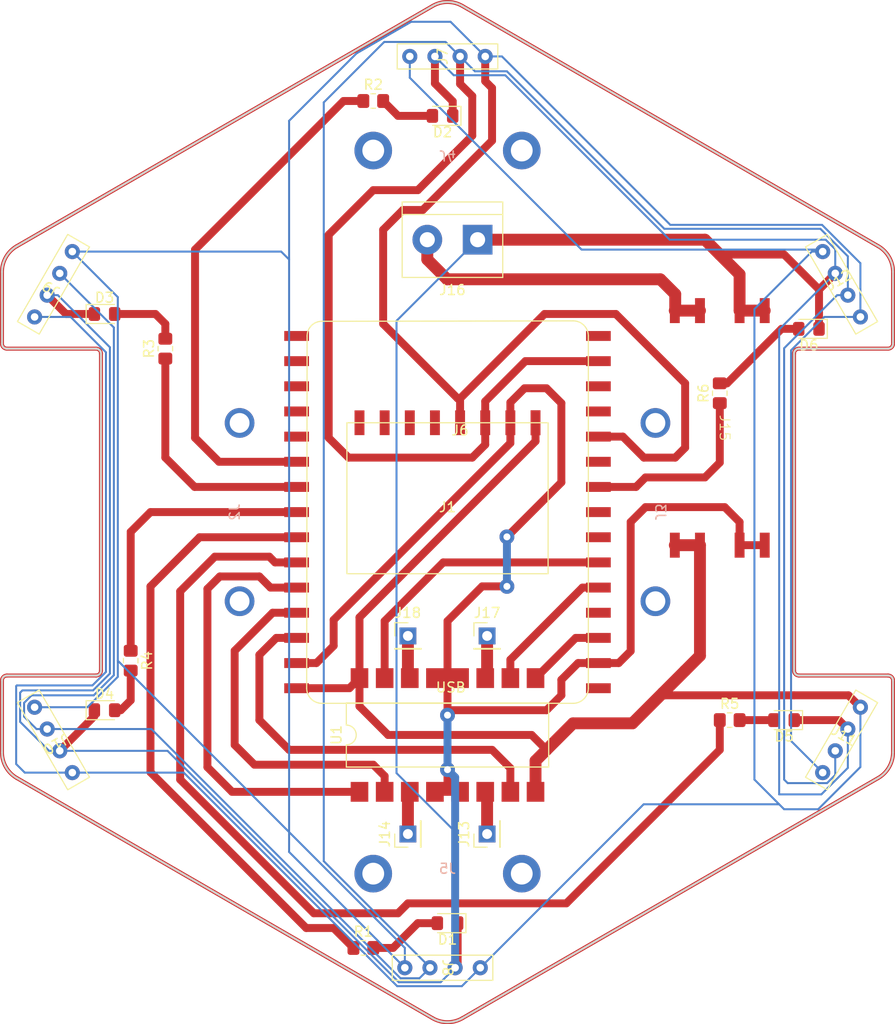
<source format=kicad_pcb>
(kicad_pcb (version 20221018) (generator pcbnew)
  (layers (0 "F.Cu" signal) (31 "B.Cu" signal) (34 "B.Paste" user) (35 "F.Paste" user) (36 "B.SilkS" user "B.Silkscreen") (37 "F.SilkS" user "F.Silkscreen") (38 "B.Mask" user) (39 "F.Mask" user) (44 "Edge.Cuts" user))
  (net 0 "")
  (net 6 "/GND")
  (net 7 "/+5V")
  (net 8 "/SCL")
  (net 9 "/SDA")
  (net 13 "/INT")
  (net 14 "Net-(D1-A)")
  (net 15 "Net-(D2-A)")
  (net 16 "Net-(D3-A)")
  (net 17 "Net-(D4-A)")
  (net 18 "Net-(D5-A)")
  (net 19 "Net-(D6-A)")
  (net 20 "/MLPA")
  (net 21 "/MLPB")
  (net 22 "/MRPA")
  (net 23 "/MRPB")
  (net 24 "/LED1")
  (net 25 "/LED2")
  (net 26 "/LED3")
  (net 27 "/LED4")
  (net 28 "/LED5")
  (net 29 "/LED6")
  (net 30 "/MLP")
  (net 31 "/MRP")
  (net 32 "/ENLA")
  (net 33 "/ENLB")
  (net 34 "/ENRA")
  (net 35 "/ENRB")
  (net 36 "/IN+")
  (net 37 "/MRB")
  (net 38 "/MRA")
  (net 39 "/MLB")
  (net 40 "/MLA")
  (footprint "Mini-AMR_Library:MPU6050" (layer "F.Cu") (at 100 92.251)
    (fp_text reference "J6")
    (fp_text value "MPU6050")
  )
  (footprint "Mini-AMR_Library:Buck" (layer "F.Cu") (at 127.5 91.5 -90)
    (fp_text reference "J15")
    (fp_text value "BUCK")
  )
  (footprint "Mini-AMR_Library:VL53L0X" (layer "F.Cu") (at 139.8 77 30)
    (fp_text reference "J12")
    (fp_text value "DIS6")
  )
  (footprint "Resistor_SMD:R_0805_2012Metric_Pad1.20x1.40mm_HandSolder" (layer "F.Cu") (at 92.5 58.5)
    (fp_text reference "R2")
    (fp_text value "2.7K")
  )
  (footprint "Resistor_SMD:R_0805_2012Metric_Pad1.20x1.40mm_HandSolder" (layer "F.Cu") (at 68 115 -90)
    (fp_text reference "R4")
    (fp_text value "2.7K")
  )
  (footprint "Package_DIP:SMDIP-16_W11.48mm" (layer "F.Cu") (at 100 122.5 90)
    (fp_text reference "U1")
    (fp_text value "L293D")
  )
  (footprint "Resistor_SMD:R_0805_2012Metric_Pad1.20x1.40mm_HandSolder" (layer "F.Cu") (at 91.5 144)
    (fp_text reference "R1")
    (fp_text value "2.7K")
  )
  (footprint "LED_SMD:LED_0805_2012Metric_Pad1.15x1.40mm_HandSolder" (layer "F.Cu") (at 65.36 80)
    (fp_text reference "D3")
    (fp_text value "LED3")
  )
  (footprint "Resistor_SMD:R_0805_2012Metric_Pad1.20x1.40mm_HandSolder" (layer "F.Cu") (at 127.5 88 90)
    (fp_text reference "R6")
    (fp_text value "2.7K")
  )
  (footprint "LED_SMD:LED_0805_2012Metric_Pad1.15x1.40mm_HandSolder" (layer "F.Cu") (at 134 121 180)
    (fp_text reference "D5")
    (fp_text value "LED5")
  )
  (footprint "Connector_PinHeader_2.54mm:PinHeader_1x01_P2.54mm_Vertical" (layer "F.Cu") (at 104 112.5)
    (fp_text reference "J17")
    (fp_text value "MRPA")
  )
  (footprint "Mini-AMR_Library:VL53L0X" (layer "F.Cu") (at 60.2 123 -150)
    (fp_text reference "J10")
    (fp_text value "DIS5")
  )
  (footprint "Mini-AMR_Library:ESP32" (layer "F.Cu") (at 100 100)
    (fp_text reference "J1")
    (fp_text value "ESP32")
  )
  (footprint "LED_SMD:LED_0805_2012Metric_Pad1.15x1.40mm_HandSolder" (layer "F.Cu") (at 100 141.5 180)
    (fp_text reference "D1")
    (fp_text value "LED1")
  )
  (footprint "Connector_PinHeader_2.54mm:PinHeader_1x01_P2.54mm_Vertical" (layer "F.Cu") (at 96 112.5)
    (fp_text reference "J18")
    (fp_text value "MRPB")
  )
  (footprint "Connector_PinHeader_2.54mm:PinHeader_1x01_P2.54mm_Vertical" (layer "F.Cu") (at 104 132.5 90)
    (fp_text reference "J13")
    (fp_text value "MLPA")
  )
  (footprint "Resistor_SMD:R_0805_2012Metric_Pad1.20x1.40mm_HandSolder" (layer "F.Cu") (at 128.5 121)
    (fp_text reference "R5")
    (fp_text value "2.7K")
  )
  (footprint "Mini-AMR_Library:VL53L0X" (layer "F.Cu") (at 99.5 146 -90)
    (fp_text reference "J8")
    (fp_text value "DIS4")
  )
  (footprint "Mini-AMR_Library:VL53L0X" (layer "F.Cu") (at 100 54 90)
    (fp_text reference "J7")
    (fp_text value "DIS1")
  )
  (footprint "LED_SMD:LED_0805_2012Metric_Pad1.15x1.40mm_HandSolder" (layer "F.Cu") (at 65.36 120)
    (fp_text reference "D4")
    (fp_text value "LED4")
  )
  (footprint "LED_SMD:LED_0805_2012Metric_Pad1.15x1.40mm_HandSolder" (layer "F.Cu") (at 99.5 60 180)
    (fp_text reference "D2")
    (fp_text value "LED2")
  )
  (footprint "Connector_PinHeader_2.54mm:PinHeader_1x01_P2.54mm_Vertical" (layer "F.Cu") (at 96 132.5 90)
    (fp_text reference "J14")
    (fp_text value "MLPB")
  )
  (footprint "Resistor_SMD:R_0805_2012Metric_Pad1.20x1.40mm_HandSolder" (layer "F.Cu") (at 71.5 83.5 90)
    (fp_text reference "R3")
    (fp_text value "2.7K")
  )
  (footprint "Mini-AMR_Library:VL53L0X" (layer "F.Cu") (at 139.8 123 -30)
    (fp_text reference "J11")
    (fp_text value "DIS3")
  )
  (footprint "Mini-AMR_Library:VL53L0X" (layer "F.Cu") (at 60.2 77 150)
    (fp_text reference "J9")
    (fp_text value "DIS2")
  )
  (footprint "LED_SMD:LED_0805_2012Metric_Pad1.15x1.40mm_HandSolder" (layer "F.Cu") (at 136.5 81.5 180)
    (fp_text reference "D6")
    (fp_text value "LED6")
  )
  (footprint "TerminalBlock:TerminalBlock_bornier-2_P5.08mm" (layer "F.Cu") (at 103.04 72.5 180)
    (fp_text reference "J16")
    (fp_text value "BATTERY")
  )
  (footprint "Mini-AMR_Library:N20 Ball caster" (layer "B.Cu") (at 100 63.5)
    (fp_text reference "J4")
    (fp_text value "Caster")
  )
  (footprint "Mini-AMR_Library:N20 Motor Sys" (layer "B.Cu") (at 121 100 90)
    (fp_text reference "J3")
    (fp_text value "R_Motor")
  )
  (footprint "Mini-AMR_Library:N20 Ball caster" (layer "B.Cu") (at 100 136.5 180)
    (fp_text reference "J5")
    (fp_text value "Caster")
  )
  (footprint "Mini-AMR_Library:N20 Motor Sys" (layer "B.Cu") (at 79 100 -90)
    (fp_text reference "J2")
    (fp_text value "L_Motor")
  )
  (gr_line (start 55.5 83.5) (end 64.5 83.5) (stroke (width 0.4)) (layer "F.Cu"))
  (gr_arc (start 55.5 83.5) (mid 55.146447 83.353553) (end 55 83) (stroke (width 0.4)) (layer "F.Cu"))
  (gr_arc (start 101.5 151.095499) (mid 100 151.497423) (end 98.5 151.095499) (stroke (width 0.4)) (layer "F.Cu"))
  (gr_arc (start 65 116) (mid 64.853553 116.353553) (end 64.5 116.5) (stroke (width 0.4)) (layer "F.Cu"))
  (gr_arc (start 56.5 126.846788) (mid 55.401919 125.748712) (end 55 124.248711) (stroke (width 0.4)) (layer "F.Cu"))
  (gr_line (start 144.5 116.5) (end 135.5 116.5) (stroke (width 0.4)) (layer "F.Cu"))
  (gr_arc (start 98.5 48.904501) (mid 100 48.502577) (end 101.5 48.904501) (stroke (width 0.4)) (layer "F.Cu"))
  (gr_arc (start 135 84) (mid 135.146447 83.646447) (end 135.5 83.5) (stroke (width 0.4)) (layer "F.Cu"))
  (gr_arc (start 145 83) (mid 144.853553 83.353553) (end 144.5 83.5) (stroke (width 0.4)) (layer "F.Cu"))
  (gr_line (start 143.5 73.153212) (end 101.5 48.904501) (stroke (width 0.4)) (layer "F.Cu"))
  (gr_line (start 145 124.248711) (end 145 117) (stroke (width 0.4)) (layer "F.Cu"))
  (gr_line (start 55 117) (end 55 124.248711) (stroke (width 0.4)) (layer "F.Cu"))
  (gr_line (start 64.5 116.5) (end 55.5 116.5) (stroke (width 0.4)) (layer "F.Cu"))
  (gr_line (start 55 75.751289) (end 55 83) (stroke (width 0.4)) (layer "F.Cu"))
  (gr_line (start 56.5 126.846788) (end 98.5 151.095499) (stroke (width 0.4)) (layer "F.Cu"))
  (gr_line (start 101.5 151.095499) (end 143.5 126.846788) (stroke (width 0.4)) (layer "F.Cu"))
  (gr_line (start 98.5 48.904501) (end 56.5 73.153212) (stroke (width 0.4)) (layer "F.Cu"))
  (gr_line (start 145 83) (end 145 75.751289) (stroke (width 0.4)) (layer "F.Cu"))
  (gr_arc (start 55 75.751289) (mid 55.401928 74.251293) (end 56.5 73.153212) (stroke (width 0.4)) (layer "F.Cu"))
  (gr_arc (start 144.5 116.5) (mid 144.853553 116.646447) (end 145 117) (stroke (width 0.4)) (layer "F.Cu"))
  (gr_line (start 65 84) (end 65 116) (stroke (width 0.4)) (layer "F.Cu"))
  (gr_arc (start 55 117) (mid 55.146447 116.646447) (end 55.5 116.5) (stroke (width 0.4)) (layer "F.Cu"))
  (gr_arc (start 143.5 73.153212) (mid 144.598081 74.251288) (end 145 75.751289) (stroke (width 0.4)) (layer "F.Cu"))
  (gr_line (start 135 116) (end 135 84) (stroke (width 0.4)) (layer "F.Cu"))
  (gr_arc (start 135.5 116.5) (mid 135.146447 116.353553) (end 135 116) (stroke (width 0.4)) (layer "F.Cu"))
  (gr_line (start 135.5 83.5) (end 144.5 83.5) (stroke (width 0.4)) (layer "F.Cu"))
  (gr_arc (start 145 124.248711) (mid 144.598072 125.748707) (end 143.5 126.846788) (stroke (width 0.4)) (layer "F.Cu"))
  (gr_arc (start 64.5 83.5) (mid 64.853553 83.646447) (end 65 84) (stroke (width 0.4)) (layer "F.Cu"))
  (gr_line (start 55 117) (end 55 124.248711) (stroke (width 0.2)) (layer "Edge.Cuts"))
  (gr_line (start 135 116) (end 135 84) (stroke (width 0.2)) (layer "Edge.Cuts"))
  (gr_arc (start 135.5 116.5) (mid 135.146447 116.353553) (end 135 116) (stroke (width 0.2)) (layer "Edge.Cuts"))
  (gr_line (start 145 83) (end 145 75.751289) (stroke (width 0.2)) (layer "Edge.Cuts"))
  (gr_line (start 55.5 83.5) (end 64.5 83.5) (stroke (width 0.2)) (layer "Edge.Cuts"))
  (gr_line (start 144.5 116.5) (end 135.5 116.5) (stroke (width 0.2)) (layer "Edge.Cuts"))
  (gr_arc (start 56.5 126.846788) (mid 55.401919 125.748712) (end 55 124.248711) (stroke (width 0.2)) (layer "Edge.Cuts"))
  (gr_line (start 55 75.751289) (end 55 83) (stroke (width 0.2)) (layer "Edge.Cuts"))
  (gr_arc (start 65 116) (mid 64.853553 116.353553) (end 64.5 116.5) (stroke (width 0.2)) (layer "Edge.Cuts"))
  (gr_arc (start 64.5 83.5) (mid 64.853553 83.646447) (end 65 84) (stroke (width 0.2)) (layer "Edge.Cuts"))
  (gr_arc (start 143.5 73.153212) (mid 144.598081 74.251288) (end 145 75.751289) (stroke (width 0.2)) (layer "Edge.Cuts"))
  (gr_arc (start 98.5 48.904501) (mid 100 48.502577) (end 101.5 48.904501) (stroke (width 0.2)) (layer "Edge.Cuts"))
  (gr_arc (start 101.5 151.095499) (mid 100 151.497423) (end 98.5 151.095499) (stroke (width 0.2)) (layer "Edge.Cuts"))
  (gr_arc (start 55 117) (mid 55.146447 116.646447) (end 55.5 116.5) (stroke (width 0.2)) (layer "Edge.Cuts"))
  (gr_line (start 64.5 116.5) (end 55.5 116.5) (stroke (width 0.2)) (layer "Edge.Cuts"))
  (gr_line (start 145 124.248711) (end 145 117) (stroke (width 0.2)) (layer "Edge.Cuts"))
  (gr_line (start 135.5 83.5) (end 144.5 83.5) (stroke (width 0.2)) (layer "Edge.Cuts"))
  (gr_line (start 98.5 48.904501) (end 56.5 73.153212) (stroke (width 0.2)) (layer "Edge.Cuts"))
  (gr_line (start 65 84) (end 65 116) (stroke (width 0.2)) (layer "Edge.Cuts"))
  (gr_arc (start 135 84) (mid 135.146447 83.646447) (end 135.5 83.5) (stroke (width 0.2)) (layer "Edge.Cuts"))
  (gr_arc (start 144.5 116.5) (mid 144.853553 116.646447) (end 145 117) (stroke (width 0.2)) (layer "Edge.Cuts"))
  (gr_line (start 101.5 151.095499) (end 143.5 126.846788) (stroke (width 0.2)) (layer "Edge.Cuts"))
  (gr_arc (start 145 124.248711) (mid 144.598072 125.748707) (end 143.5 126.846788) (stroke (width 0.2)) (layer "Edge.Cuts"))
  (gr_arc (start 145 83) (mid 144.853553 83.353553) (end 144.5 83.5) (stroke (width 0.2)) (layer "Edge.Cuts"))
  (gr_line (start 143.5 73.153212) (end 101.5 48.904501) (stroke (width 0.2)) (layer "Edge.Cuts"))
  (gr_arc (start 55 75.751289) (mid 55.401928 74.251293) (end 56.5 73.153212) (stroke (width 0.2)) (layer "Edge.Cuts"))
  (gr_line (start 56.5 126.846788) (end 98.5 151.095499) (stroke (width 0.2)) (layer "Edge.Cuts"))
  (gr_arc (start 55.5 83.5) (mid 55.146447 83.353553) (end 55 83) (stroke (width 0.2)) (layer "Edge.Cuts"))
  (segment (start 106.35 90.981) (end 106.35 93.031) (width 0.8) (layer "F.Cu") (net 6))
  (segment (start 139.534852 121) (end 140.435 121.900148) (width 0.8) (layer "F.Cu") (net 6))
  (segment (start 113.19 115.24) (end 115.24 115.24) (width 0.8) (layer "F.Cu") (net 6))
  (segment (start 100 128.24) (end 101.27 128.24) (width 0.8) (layer "F.Cu") (net 6))
  (segment (start 100 128.24) (end 100 126) (width 0.8) (layer "F.Cu") (net 6))
  (segment (start 100.525 58.525) (end 98.73 56.73) (width 0.8) (layer "F.Cu") (net 6))
  (segment (start 111.5 116.93) (end 113.19 115.24) (width 0.8) (layer "F.Cu") (net 6))
  (segment (start 106.35 88.931) (end 107.781 87.5) (width 0.8) (layer "F.Cu") (net 6))
  (segment (start 64.335 80) (end 61.465148 80) (width 0.8) (layer "F.Cu") (net 6))
  (segment (start 86.76 115.24) (end 84.76 115.24) (width 0.8) (layer "F.Cu") (net 6))
  (segment (start 106 107.5) (end 103.5 107.5) (width 0.8) (layer "F.Cu") (net 6))
  (segment (start 103.5 107.5) (end 100 111) (width 0.8) (layer "F.Cu") (net 6))
  (segment (start 106.35 93.031) (end 88.5 110.881) (width 0.8) (layer "F.Cu") (net 6))
  (segment (start 127.5 74) (end 126 72.5) (width 1.2) (layer "F.Cu") (net 6))
  (segment (start 137.525 77.525) (end 134 74) (width 0.8) (layer "F.Cu") (net 6))
  (segment (start 111.5 118.5) (end 111.5 116.93) (width 0.8) (layer "F.Cu") (net 6))
  (segment (start 128 99.5) (end 120 99.5) (width 0.8) (layer "F.Cu") (net 6))
  (segment (start 106.35 90.981) (end 106.35 88.931) (width 0.8) (layer "F.Cu") (net 6))
  (segment (start 129.5 103.34) (end 132.04 103.34) (width 0.8) (layer "F.Cu") (net 6))
  (segment (start 137.525 77.540148) (end 139.165 75.900148) (width 0.8) (layer "F.Cu") (net 6))
  (segment (start 126 72.5) (end 103.04 72.5) (width 1.2) (layer "F.Cu") (net 6))
  (segment (start 100 120.5) (end 100 120) (width 0.8) (layer "F.Cu") (net 6))
  (segment (start 132.04 79.66) (end 131 79.66) (width 1.2) (layer "F.Cu") (net 6))
  (segment (start 100 120) (end 100 116.76) (width 0.8) (layer "F.Cu") (net 6))
  (segment (start 106 102.5) (end 111.5 97) (width 0.8) (layer "F.Cu") (net 6))
  (segment (start 135.025 121) (end 139.534852 121) (width 0.8) (layer "F.Cu") (net 6))
  (segment (start 118.5 114.03) (end 117.29 115.24) (width 0.8) (layer "F.Cu") (net 6))
  (segment (start 101.025 141.5) (end 101.025 145.745) (width 0.8) (layer "F.Cu") (net 6))
  (segment (start 101.025 145.745) (end 100.77 146) (width 0.8) (layer "F.Cu") (net 6))
  (segment (start 98.73 116.76) (end 100 116.76) (width 0.8) (layer "F.Cu") (net 6))
  (segment (start 61.465148 80) (end 59.565 78.099852) (width 0.8) (layer "F.Cu") (net 6))
  (segment (start 107.781 87.5) (end 108.5 87.5) (width 0.8) (layer "F.Cu") (net 6))
  (segment (start 129.5 103.34) (end 129.5 101) (width 0.8) (layer "F.Cu") (net 6))
  (segment (start 111.5 89) (end 110 87.5) (width 0.8) (layer "F.Cu") (net 6))
  (segment (start 129.5 79.66) (end 129.5 76) (width 1.2) (layer "F.Cu") (net 6))
  (segment (start 137.525 77.540148) (end 137.525 77.525) (width 0.8) (layer "F.Cu") (net 6))
  (segment (start 98.73 56.73) (end 98.73 54) (width 0.8) (layer "F.Cu") (net 6))
  (segment (start 100.525 60) (end 100.525 58.525) (width 0.8) (layer "F.Cu") (net 6))
  (segment (start 118.5 101) (end 118.5 114.03) (width 0.8) (layer "F.Cu") (net 6))
  (segment (start 129.5 76) (end 127.5 74) (width 1.2) (layer "F.Cu") (net 6))
  (segment (start 137.525 81.5) (end 137.525 77.540148) (width 0.8) (layer "F.Cu") (net 6))
  (segment (start 131 79.66) (end 129.5 79.66) (width 1.2) (layer "F.Cu") (net 6))
  (segment (start 117.29 115.24) (end 115.24 115.24) (width 0.8) (layer "F.Cu") (net 6))
  (segment (start 88.5 113.5) (end 86.76 115.24) (width 0.8) (layer "F.Cu") (net 6))
  (segment (start 129.5 101) (end 128 99.5) (width 0.8) (layer "F.Cu") (net 6))
  (segment (start 100 116.76) (end 101.27 116.76) (width 0.8) (layer "F.Cu") (net 6))
  (segment (start 110 120) (end 111.5 118.5) (width 0.8) (layer "F.Cu") (net 6))
  (segment (start 64.335 120) (end 64.335 120.599852) (width 0.8) (layer "F.Cu") (net 6))
  (segment (start 120 99.5) (end 118.5 101) (width 0.8) (layer "F.Cu") (net 6))
  (segment (start 110 120) (end 100 120) (width 0.8) (layer "F.Cu") (net 6))
  (segment (start 64.335 120.599852) (end 60.835 124.099852) (width 0.8) (layer "F.Cu") (net 6))
  (segment (start 100 111) (end 100 116.76) (width 0.8) (layer "F.Cu") (net 6))
  (segment (start 134 74) (end 127.5 74) (width 0.8) (layer "F.Cu") (net 6))
  (segment (start 88.5 110.881) (end 88.5 113.5) (width 0.8) (layer "F.Cu") (net 6))
  (segment (start 98.73 128.24) (end 100 128.24) (width 0.8) (layer "F.Cu") (net 6))
  (segment (start 111.5 97) (end 111.5 89) (width 0.8) (layer "F.Cu") (net 6))
  (segment (start 110 87.5) (end 108.5 87.5) (width 0.8) (layer "F.Cu") (net 6))
  (via (at 100 126) (size 1.5) (drill 0.7) (layers "F.Cu" "B.Cu") (net 6))
  (via (at 106 102.5) (size 1.5) (drill 0.7) (layers "F.Cu" "B.Cu") (net 6))
  (via (at 106 107.5) (size 1.5) (drill 0.7) (layers "F.Cu" "B.Cu") (net 6))
  (via (at 100 120.5) (size 1.5) (drill 0.7) (layers "F.Cu" "B.Cu") (net 6))
  (segment (start 56.833499 118.231481) (end 56.833499 121.175981) (width 0.2) (layer "B.Cu") (net 6))
  (segment (start 65.899501 116.300897) (end 64.200398 118) (width 0.2) (layer "B.Cu") (net 6))
  (segment (start 100 126) (end 100.77 126.77) (width 0.8) (layer "B.Cu") (net 6))
  (segment (start 105.834521 55.899501) (end 122.43502 72.5) (width 0.2) (layer "B.Cu") (net 6))
  (segment (start 100 126) (end 100 120.5) (width 0.8) (layer "B.Cu") (net 6))
  (segment (start 99.308499 147.461501) (end 100.77 146) (width 0.2) (layer "B.Cu") (net 6))
  (segment (start 140.435 121.900148) (end 140.435 125.826432) (width 0.2) (layer "B.Cu") (net 6))
  (segment (start 98.73 54) (end 100.629501 55.899501) (width 0.2) (layer "B.Cu") (net 6))
  (segment (start 137.761432 128.5) (end 133.5 128.5) (width 0.2) (layer "B.Cu") (net 6))
  (segment (start 59.565 78.099852) (end 60.64263 78.099852) (width 0.2) (layer "B.Cu") (net 6))
  (segment (start 94.85 126.35) (end 94.85 80.69) (width 0.2) (layer "B.Cu") (net 6))
  (segment (start 100.629501 55.899501) (end 105.834521 55.899501) (width 0.2) (layer "B.Cu") (net 6))
  (segment (start 122.43502 72.5) (end 138.196452 72.5) (width 0.2) (layer "B.Cu") (net 6))
  (segment (start 139.165 73.468548) (end 139.165 75.900148) (width 0.2) (layer "B.Cu") (net 6))
  (segment (start 56.833499 121.175981) (end 59.75737 124.099852) (width 0.2) (layer "B.Cu") (net 6))
  (segment (start 95.084626 147.461501) (end 99.308499 147.461501) (width 0.2) (layer "B.Cu") (net 6))
  (segment (start 64.200398 118) (end 57.06498 118) (width 0.2) (layer "B.Cu") (net 6))
  (segment (start 100.77 146) (end 100.77 132.27) (width 0.2) (layer "B.Cu") (net 6))
  (segment (start 100.77 126.77) (end 100.77 146) (width 0.8) (layer "B.Cu") (net 6))
  (segment (start 138.196452 72.5) (end 139.165 73.468548) (width 0.2) (layer "B.Cu") (net 6))
  (segment (start 60.835 124.099852) (end 71.722977 124.099852) (width 0.2) (layer "B.Cu") (net 6))
  (segment (start 60.64263 78.099852) (end 65.899501 83.356723) (width 0.2) (layer "B.Cu") (net 6))
  (segment (start 94.85 80.69) (end 103.04 72.5) (width 0.2) (layer "B.Cu") (net 6))
  (segment (start 59.75737 124.099852) (end 60.835 124.099852) (width 0.2) (layer "B.Cu") (net 6))
  (segment (start 140.435 125.826432) (end 137.761432 128.5) (width 0.2) (layer "B.Cu") (net 6))
  (segment (start 133.5 128.5) (end 133.5 81.565148) (width 0.2) (layer "B.Cu") (net 6))
  (segment (start 71.722977 124.099852) (end 95.084626 147.461501) (width 0.2) (layer "B.Cu") (net 6))
  (segment (start 133.5 81.565148) (end 139.165 75.900148) (width 0.2) (layer "B.Cu") (net 6))
  (segment (start 65.899501 83.356723) (end 65.899501 116.300897) (width 0.2) (layer "B.Cu") (net 6))
  (segment (start 57.06498 118) (end 56.833499 118.231481) (width 0.2) (layer "B.Cu") (net 6))
  (segment (start 100.77 132.27) (end 94.85 126.35) (width 0.2) (layer "B.Cu") (net 6))
  (segment (start 106 102.5) (end 106 107.5) (width 0.8) (layer "B.Cu") (net 6))
  (segment (start 108.89 92.847964) (end 91.11 110.627964) (width 0.8) (layer "F.Cu") (net 7))
  (segment (start 125.5 103.34) (end 122.96 103.34) (width 1.2) (layer "F.Cu") (net 7))
  (segment (start 125.5 114.5) (end 125.5 103.34) (width 1.2) (layer "F.Cu") (net 7))
  (segment (start 118.675 121.325) (end 112.675 121.325) (width 1.2) (layer "F.Cu") (net 7))
  (segment (start 121.75 118.25) (end 118.675 121.325) (width 1.2) (layer "F.Cu") (net 7))
  (segment (start 108.5 122.5) (end 110 124) (width 0.8) (layer "F.Cu") (net 7))
  (segment (start 108.89 90.981) (end 108.89 92.847964) (width 0.8) (layer "F.Cu") (net 7))
  (segment (start 124 116) (end 125.5 114.5) (width 1.2) (layer "F.Cu") (net 7))
  (segment (start 108.89 128.24) (end 108.89 125.11) (width 1.2) (layer "F.Cu") (net 7))
  (segment (start 84.76 117.78) (end 90.09 117.78) (width 0.8) (layer "F.Cu") (net 7))
  (segment (start 121.997721 118.497721) (end 121.75 118.25) (width 0.8) (layer "F.Cu") (net 7))
  (segment (start 135 118.497721) (end 121.997721 118.497721) (width 0.8) (layer "F.Cu") (net 7))
  (segment (start 94 122.5) (end 108.5 122.5) (width 0.8) (layer "F.Cu") (net 7))
  (segment (start 112.675 121.325) (end 110 124) (width 1.2) (layer "F.Cu") (net 7))
  (segment (start 108.89 125.11) (end 110 124) (width 1.2) (layer "F.Cu") (net 7))
  (segment (start 121.75 118.25) (end 124 116) (width 1.2) (layer "F.Cu") (net 7))
  (segment (start 91.11 116.76) (end 91.11 119.61) (width 0.8) (layer "F.Cu") (net 7))
  (segment (start 141.705 119.700443) (end 140.502279 118.497721) (width 0.8) (layer "F.Cu") (net 7))
  (segment (start 91.11 119.61) (end 94 122.5) (width 0.8) (layer "F.Cu") (net 7))
  (segment (start 91.11 110.627964) (end 91.11 116.76) (width 0.8) (layer "F.Cu") (net 7))
  (segment (start 90.09 117.78) (end 91.11 116.76) (width 0.8) (layer "F.Cu") (net 7))
  (segment (start 140.502279 118.497721) (end 135 118.497721) (width 0.8) (layer "F.Cu") (net 7))
  (segment (start 96.19 56.149798) (end 96.19 54) (width 0.2) (layer "B.Cu") (net 7))
  (segment (start 65.5 83.864582) (end 65.5 116.135418) (width 0.2) (layer "B.Cu") (net 7))
  (segment (start 119.81 129.5) (end 133.5 129.5) (width 0.2) (layer "B.Cu") (net 7))
  (segment (start 61.934975 80.299557) (end 65.5 83.864582) (width 0.2) (layer "B.Cu") (net 7))
  (segment (start 57.299557 126.299557) (end 62.105 126.299557) (width 0.2) (layer "B.Cu") (net 7))
  (segment (start 101.448998 147.861002) (end 103.31 146) (width 0.2) (layer "B.Cu") (net 7))
  (segment (start 137.895 73.700443) (end 138.299557 73.700443) (width 0.2) (layer "B.Cu") (net 7))
  (segment (start 131 79.5) (end 131 127) (width 0.2) (layer "B.Cu") (net 7))
  (segment (start 136.799557 73.700443) (end 131 79.5) (width 0.2) (layer "B.Cu") (net 7))
  (segment (start 138.299557 73.700443) (end 138.5 73.5) (width 0.2) (layer "B.Cu") (net 7))
  (segment (start 113.540202 73.5) (end 96.19 56.149798) (width 0.2) (layer "B.Cu") (net 7))
  (segment (start 56.433998 117.566002) (end 56.433998 125.433998) (width 0.2) (layer "B.Cu") (net 7))
  (segment (start 94.919147 147.861002) (end 101.448998 147.861002) (width 0.2) (layer "B.Cu") (net 7))
  (segment (start 131 127) (end 133.5 129.5) (width 0.2) (layer "B.Cu") (net 7))
  (segment (start 58.295 80.299557) (end 61.934975 80.299557) (width 0.2) (layer "B.Cu") (net 7))
  (segment (start 62.105 126.299557) (end 73.357702 126.299557) (width 0.2) (layer "B.Cu") (net 7))
  (segment (start 138.5 73.5) (end 113.540202 73.5) (width 0.2) (layer "B.Cu") (net 7))
  (segment (start 141.705 125.733476) (end 141.705 119.700443) (width 0.2) (layer "B.Cu") (net 7))
  (segment (start 137.438476 130) (end 141.705 125.733476) (width 0.2) (layer "B.Cu") (net 7))
  (segment (start 64.135418 117.5) (end 56.5 117.5) (width 0.2) (layer "B.Cu") (net 7))
  (segment (start 73.357702 126.299557) (end 94.919147 147.861002) (width 0.2) (layer "B.Cu") (net 7))
  (segment (start 56.433998 125.433998) (end 57.299557 126.299557) (width 0.2) (layer "B.Cu") (net 7))
  (segment (start 133.5 129.5) (end 134 130) (width 0.2) (layer "B.Cu") (net 7))
  (segment (start 56.5 117.5) (end 56.433998 117.566002) (width 0.2) (layer "B.Cu") (net 7))
  (segment (start 65.5 116.135418) (end 64.135418 117.5) (width 0.2) (layer "B.Cu") (net 7))
  (segment (start 103.31 146) (end 119.81 129.5) (width 0.2) (layer "B.Cu") (net 7))
  (segment (start 137.895 73.700443) (end 136.799557 73.700443) (width 0.2) (layer "B.Cu") (net 7))
  (segment (start 134 130) (end 137.438476 130) (width 0.2) (layer "B.Cu") (net 7))
  (segment (start 101.27 56.77) (end 101.27 54) (width 0.8) (layer "F.Cu") (net 8))
  (segment (start 102.5 62) (end 102.5 58) (width 0.8) (layer "F.Cu") (net 8))
  (segment (start 92.5 67.5) (end 97 67.5) (width 0.8) (layer "F.Cu") (net 8))
  (segment (start 90 94.5) (end 88 92.5) (width 0.8) (layer "F.Cu") (net 8))
  (segment (start 102.5 94.5) (end 90 94.5) (width 0.8) (layer "F.Cu") (net 8))
  (segment (start 88 72) (end 92.5 67.5) (width 0.8) (layer "F.Cu") (net 8))
  (segment (start 103.81 90.981) (end 103.81 88.818722) (width 0.8) (layer "F.Cu") (net 8))
  (segment (start 103.81 88.818722) (end 107.868722 84.76) (width 0.8) (layer "F.Cu") (net 8))
  (segment (start 102.5 58) (end 101.27 56.77) (width 0.8) (layer "F.Cu") (net 8))
  (segment (start 88 92.5) (end 88 72) (width 0.8) (layer "F.Cu") (net 8))
  (segment (start 103.81 93.19) (end 102.5 94.5) (width 0.8) (layer "F.Cu") (net 8))
  (segment (start 103.81 90.981) (end 103.81 93.19) (width 0.8) (layer "F.Cu") (net 8))
  (segment (start 97 67.5) (end 102.5 62) (width 0.8) (layer "F.Cu") (net 8))
  (segment (start 107.868722 84.76) (end 115.24 84.76) (width 0.8) (layer "F.Cu") (net 8))
  (segment (start 134 83.457222) (end 139.35737 78.099852) (width 0.2) (layer "B.Cu") (net 8))
  (segment (start 102.77 55.5) (end 101.27 54) (width 0.2) (layer "B.Cu") (net 8))
  (segment (start 137.660933 71.399501) (end 121.899501 71.399501) (width 0.2) (layer "B.Cu") (net 8))
  (segment (start 64.265378 118.5) (end 57.993548 118.5) (width 0.2) (layer "B.Cu") (net 8))
  (segment (start 97.168 147.062) (end 95.250105 147.062) (width 0.2) (layer "B.Cu") (net 8))
  (segment (start 98.23 145.966517) (end 87.5 135.236517) (width 0.2) (layer "B.Cu") (net 8))
  (segment (start 134.361557 127.361557) (end 134 127) (width 0.2) (layer "B.Cu") (net 8))
  (segment (start 139.35737 78.099852) (end 140.435 78.099852) (width 0.2) (layer "B.Cu") (net 8))
  (segment (start 139.165 124.099852) (end 139.165 126.531452) (width 0.2) (layer "B.Cu") (net 8))
  (segment (start 99.808499 52.538499) (end 101.27 54) (width 0.2) (layer "B.Cu") (net 8))
  (segment (start 138.334895 127.361557) (end 134.361557 127.361557) (width 0.2) (layer "B.Cu") (net 8))
  (segment (start 134 127) (end 134 83.457222) (width 0.2) (layer "B.Cu") (net 8))
  (segment (start 98.23 146) (end 97.168 147.062) (width 0.2) (layer "B.Cu") (net 8))
  (segment (start 66.299002 116.466376) (end 64.265378 118.5) (width 0.2) (layer "B.Cu") (net 8))
  (segment (start 93.604734 52.538499) (end 99.808499 52.538499) (width 0.2) (layer "B.Cu") (net 8))
  (segment (start 95.250105 147.062) (end 70.088253 121.900148) (width 0.2) (layer "B.Cu") (net 8))
  (segment (start 87.5 135.236517) (end 87.5 58.643233) (width 0.2) (layer "B.Cu") (net 8))
  (segment (start 121.899501 71.399501) (end 106 55.5) (width 0.2) (layer "B.Cu") (net 8))
  (segment (start 140.435 74.173568) (end 137.660933 71.399501) (width 0.2) (layer "B.Cu") (net 8))
  (segment (start 57.993548 118.5) (end 57.233 119.260548) (width 0.2) (layer "B.Cu") (net 8))
  (segment (start 58.48737 121.900148) (end 59.565 121.900148) (width 0.2) (layer "B.Cu") (net 8))
  (segment (start 57.233 120.645778) (end 58.48737 121.900148) (width 0.2) (layer "B.Cu") (net 8))
  (segment (start 106 55.5) (end 102.77 55.5) (width 0.2) (layer "B.Cu") (net 8))
  (segment (start 57.233 119.260548) (end 57.233 120.645778) (width 0.2) (layer "B.Cu") (net 8))
  (segment (start 70.088253 121.900148) (end 59.565 121.900148) (width 0.2) (layer "B.Cu") (net 8))
  (segment (start 66.299002 81.36415) (end 66.299002 116.466376) (width 0.2) (layer "B.Cu") (net 8))
  (segment (start 139.165 126.531452) (end 138.334895 127.361557) (width 0.2) (layer "B.Cu") (net 8))
  (segment (start 87.5 58.643233) (end 93.604734 52.538499) (width 0.2) (layer "B.Cu") (net 8))
  (segment (start 140.435 78.099852) (end 140.435 74.173568) (width 0.2) (layer "B.Cu") (net 8))
  (segment (start 98.23 146) (end 98.23 145.966517) (width 0.2) (layer "B.Cu") (net 8))
  (segment (start 60.835 75.900148) (end 66.299002 81.36415) (width 0.2) (layer "B.Cu") (net 8))
  (segment (start 117.713096 92.38) (end 119.833096 94.5) (width 0.8) (layer "F.Cu") (net 9))
  (segment (start 101.031 88.531) (end 101.27 88.531) (width 0.8) (layer "F.Cu") (net 9))
  (segment (start 103.81 56.5) (end 104.5 57.19) (width 0.8) (layer "F.Cu") (net 9))
  (segment (start 97.5 69.5) (end 95.5 69.5) (width 0.8) (layer "F.Cu") (net 9))
  (segment (start 124 87) (end 117 80) (width 0.8) (layer "F.Cu") (net 9))
  (segment (start 109.801 80) (end 101.27 88.531) (width 0.8) (layer "F.Cu") (net 9))
  (segment (start 104.5 62.5) (end 97.5 69.5) (width 0.8) (layer "F.Cu") (net 9))
  (segment (start 93.5 81) (end 101.031 88.531) (width 0.8) (layer "F.Cu") (net 9))
  (segment (start 103.81 54) (end 103.81 56.5) (width 0.8) (layer "F.Cu") (net 9))
  (segment (start 104.5 57.19) (end 104.5 62.5) (width 0.8) (layer "F.Cu") (net 9))
  (segment (start 95.5 69.5) (end 93.5 71.5) (width 0.8) (layer "F.Cu") (net 9))
  (segment (start 115.24 92.38) (end 117.713096 92.38) (width 0.8) (layer "F.Cu") (net 9))
  (segment (start 124 93.5) (end 124 87) (width 0.8) (layer "F.Cu") (net 9))
  (segment (start 119.833096 94.5) (end 123 94.5) (width 0.8) (layer "F.Cu") (net 9))
  (segment (start 123 94.5) (end 124 93.5) (width 0.8) (layer "F.Cu") (net 9))
  (segment (start 101.27 88.531) (end 101.27 90.981) (width 0.8) (layer "F.Cu") (net 9))
  (segment (start 93.5 71.5) (end 93.5 81) (width 0.8) (layer "F.Cu") (net 9))
  (segment (start 117 80) (end 109.801 80) (width 0.8) (layer "F.Cu") (net 9))
  (segment (start 66.698503 78.293946) (end 62.105 73.700443) (width 0.2) (layer "B.Cu") (net 9))
  (segment (start 95.69 143.991497) (end 66.698503 115) (width 0.2) (layer "B.Cu") (net 9))
  (segment (start 84 60.5) (end 90.808261 53.691739) (width 0.2) (layer "B.Cu") (net 9))
  (segment (start 138.065025 80.299557) (end 134.7 83.664582) (width 0.2) (layer "B.Cu") (net 9))
  (segment (start 95.69 146) (end 84 134.31) (width 0.2) (layer "B.Cu") (net 9))
  (segment (start 63.629915 119.700443) (end 66.698503 116.631855) (width 0.2) (layer "B.Cu") (net 9))
  (segment (start 58.295 119.700443) (end 63.629915 119.700443) (width 0.2) (layer "B.Cu") (net 9))
  (segment (start 84 125) (end 84 74.5) (width 0.2) (layer "B.Cu") (net 9))
  (segment (start 66.698503 116.631855) (end 66.698503 115) (width 0.2) (layer "B.Cu") (net 9))
  (segment (start 137.826412 71) (end 122.5 71) (width 0.2) (layer "B.Cu") (net 9))
  (segment (start 83.200443 73.700443) (end 84 74.5) (width 0.2) (layer "B.Cu") (net 9))
  (segment (start 141.705 80.299557) (end 141.705 74.878588) (width 0.2) (layer "B.Cu") (net 9))
  (segment (start 84 74.5) (end 84 60.5) (width 0.2) (layer "B.Cu") (net 9))
  (segment (start 62.105 73.700443) (end 83.200443 73.700443) (width 0.2) (layer "B.Cu") (net 9))
  (segment (start 96.336515 50.5) (end 100.31 50.5) (width 0.2) (layer "B.Cu") (net 9))
  (segment (start 95.69 146) (end 95.69 143.991497) (width 0.2) (layer "B.Cu") (net 9))
  (segment (start 100.31 50.5) (end 103.81 54) (width 0.2) (layer "B.Cu") (net 9))
  (segment (start 134.7 83.664582) (end 134.7 123.104557) (width 0.2) (layer "B.Cu") (net 9))
  (segment (start 90.808261 53.691739) (end 96.336515 50.5) (width 0.2) (layer "B.Cu") (net 9))
  (segment (start 66.698503 115) (end 66.698503 78.293946) (width 0.2) (layer "B.Cu") (net 9))
  (segment (start 134.7 123.104557) (end 137.895 126.299557) (width 0.2) (layer "B.Cu") (net 9))
  (segment (start 141.705 80.299557) (end 138.065025 80.299557) (width 0.2) (layer "B.Cu") (net 9))
  (segment (start 105.5 54) (end 103.81 54) (width 0.2) (layer "B.Cu") (net 9))
  (segment (start 141.705 74.878588) (end 137.826412 71) (width 0.2) (layer "B.Cu") (net 9))
  (segment (start 122.5 71) (end 105.5 54) (width 0.2) (layer "B.Cu") (net 9))
  (segment (start 84 134.31) (end 84 125) (width 0.2) (layer "B.Cu") (net 9))
  (segment (start 94.5 144) (end 97 141.5) (width 0.8) (layer "F.Cu") (net 14))
  (segment (start 92.5 144) (end 94.5 144) (width 0.8) (layer "F.Cu") (net 14))
  (segment (start 97 141.5) (end 98.975 141.5) (width 0.8) (layer "F.Cu") (net 14))
  (segment (start 95 60) (end 93.5 58.5) (width 0.8) (layer "F.Cu") (net 15))
  (segment (start 98.475 60) (end 95 60) (width 0.8) (layer "F.Cu") (net 15))
  (segment (start 70.5 80) (end 66.385 80) (width 0.8) (layer "F.Cu") (net 16))
  (segment (start 71.5 82.5) (end 71.5 81) (width 0.8) (layer "F.Cu") (net 16))
  (segment (start 71.5 81) (end 70.5 80) (width 0.8) (layer "F.Cu") (net 16))
  (segment (start 67 120) (end 68 119) (width 0.8) (layer "F.Cu") (net 17))
  (segment (start 66.385 120) (end 67 120) (width 0.8) (layer "F.Cu") (net 17))
  (segment (start 68 119) (end 68 116) (width 0.8) (layer "F.Cu") (net 17))
  (segment (start 132.975 121) (end 129.5 121) (width 0.8) (layer "F.Cu") (net 18))
  (segment (start 133.74 81.5) (end 135.475 81.5) (width 0.8) (layer "F.Cu") (net 19))
  (segment (start 128.24 87) (end 133.74 81.5) (width 0.8) (layer "F.Cu") (net 19))
  (segment (start 127.5 87) (end 128.24 87) (width 0.8) (layer "F.Cu") (net 19))
  (segment (start 104 132.5) (end 104 128.43) (width 1.2) (layer "F.Cu") (net 20))
  (segment (start 104 128.43) (end 103.81 128.24) (width 1.2) (layer "F.Cu") (net 20))
  (segment (start 96 132.5) (end 96 128.43) (width 1.2) (layer "F.Cu") (net 21))
  (segment (start 96 128.43) (end 96.19 128.24) (width 1.2) (layer "F.Cu") (net 21))
  (segment (start 104 116.57) (end 103.81 116.76) (width 1.2) (layer "F.Cu") (net 22))
  (segment (start 104 112.5) (end 104 116.57) (width 1.2) (layer "F.Cu") (net 22))
  (segment (start 96 116.57) (end 96.19 116.76) (width 1.2) (layer "F.Cu") (net 23))
  (segment (start 96 112.5) (end 96 116.57) (width 1.2) (layer "F.Cu") (net 23))
  (segment (start 70 107.5) (end 74.96 102.54) (width 0.8) (layer "F.Cu") (net 24))
  (segment (start 90.5 144) (end 88.488841 141.988841) (width 0.8) (layer "F.Cu") (net 24))
  (segment (start 85.726805 141.988841) (end 70 126.262036) (width 0.8) (layer "F.Cu") (net 24))
  (segment (start 70 126.262036) (end 70 107.5) (width 0.8) (layer "F.Cu") (net 24))
  (segment (start 74.96 102.54) (end 84.76 102.54) (width 0.8) (layer "F.Cu") (net 24))
  (segment (start 88.488841 141.988841) (end 85.726805 141.988841) (width 0.8) (layer "F.Cu") (net 24))
  (segment (start 89.5 58.5) (end 74.5 73.5) (width 0.8) (layer "F.Cu") (net 25))
  (segment (start 91.5 58.5) (end 89.5 58.5) (width 0.8) (layer "F.Cu") (net 25))
  (segment (start 74.5 73.5) (end 74.5 92.5) (width 0.8) (layer "F.Cu") (net 25))
  (segment (start 74.5 92.5) (end 76.92 94.92) (width 0.8) (layer "F.Cu") (net 25))
  (segment (start 76.92 94.92) (end 84.76 94.92) (width 0.8) (layer "F.Cu") (net 25))
  (segment (start 74.46 97.46) (end 84.76 97.46) (width 0.8) (layer "F.Cu") (net 26))
  (segment (start 71.5 94.5) (end 74.46 97.46) (width 0.8) (layer "F.Cu") (net 26))
  (segment (start 71.5 84.5) (end 71.5 94.5) (width 0.8) (layer "F.Cu") (net 26))
  (segment (start 68 102) (end 68 114) (width 0.8) (layer "F.Cu") (net 27))
  (segment (start 84.76 100) (end 70 100) (width 0.8) (layer "F.Cu") (net 27))
  (segment (start 70 100) (end 68 102) (width 0.8) (layer "F.Cu") (net 27))
  (segment (start 112 139.5) (end 96 139.5) (width 0.8) (layer "F.Cu") (net 28))
  (segment (start 96 139.5) (end 95 140.5) (width 0.8) (layer "F.Cu") (net 28))
  (segment (start 127.5 121) (end 127.5 124) (width 0.8) (layer "F.Cu") (net 28))
  (segment (start 95 140.5) (end 86.5 140.5) (width 0.8) (layer "F.Cu") (net 28))
  (segment (start 127.5 124) (end 112 139.5) (width 0.8) (layer "F.Cu") (net 28))
  (segment (start 86.5 140.5) (end 73 127) (width 0.8) (layer "F.Cu") (net 28))
  (segment (start 73 108) (end 76.5 104.5) (width 0.8) (layer "F.Cu") (net 28))
  (segment (start 82.58 105.08) (end 84.76 105.08) (width 0.8) (layer "F.Cu") (net 28))
  (segment (start 73 127) (end 73 108) (width 0.8) (layer "F.Cu") (net 28))
  (segment (start 82 104.5) (end 82.58 105.08) (width 0.8) (layer "F.Cu") (net 28))
  (segment (start 76.5 104.5) (end 82 104.5) (width 0.8) (layer "F.Cu") (net 28))
  (segment (start 126 96.5) (end 127.5 95) (width 0.8) (layer "F.Cu") (net 29))
  (segment (start 115.24 97.46) (end 119.04 97.46) (width 0.8) (layer "F.Cu") (net 29))
  (segment (start 120 96.5) (end 126 96.5) (width 0.8) (layer "F.Cu") (net 29))
  (segment (start 127.5 89) (end 127.5 95) (width 0.8) (layer "F.Cu") (net 29))
  (segment (start 119.04 97.46) (end 120 96.5) (width 0.8) (layer "F.Cu") (net 29))
  (segment (start 91.11 128.24) (end 78.24 128.24) (width 0.8) (layer "F.Cu") (net 30))
  (segment (start 82.12 107.62) (end 84.76 107.62) (width 0.8) (layer "F.Cu") (net 30))
  (segment (start 78.24 128.24) (end 75.75 125.75) (width 0.8) (layer "F.Cu") (net 30))
  (segment (start 75.75 107.75) (end 75.75 125.75) (width 0.8) (layer "F.Cu") (net 30))
  (segment (start 77 106.5) (end 75.75 107.75) (width 0.8) (layer "F.Cu") (net 30))
  (segment (start 77 106.5) (end 81 106.5) (width 0.8) (layer "F.Cu") (net 30))
  (segment (start 81 106.5) (end 82.12 107.62) (width 0.8) (layer "F.Cu") (net 30))
  (segment (start 112.95 112.7) (end 115.24 112.7) (width 0.8) (layer "F.Cu") (net 31))
  (segment (start 108.89 116.76) (end 112.95 112.7) (width 0.8) (layer "F.Cu") (net 31))
  (segment (start 123 78) (end 121.5 76.5) (width 1.2) (layer "F.Cu") (net 36))
  (segment (start 122.96 79.66) (end 123 79.62) (width 1.2) (layer "F.Cu") (net 36))
  (segment (start 121.5 76.5) (end 99.96 76.5) (width 1.2) (layer "F.Cu") (net 36))
  (segment (start 97.96 74.5) (end 97.96 72.5) (width 1.2) (layer "F.Cu") (net 36))
  (segment (start 123 79.62) (end 123 78) (width 1.2) (layer "F.Cu") (net 36))
  (segment (start 125.5 79.66) (end 122.96 79.66) (width 1.2) (layer "F.Cu") (net 36))
  (segment (start 99.96 76.5) (end 97.96 74.5) (width 1.2) (layer "F.Cu") (net 36))
  (segment (start 99.57 105.08) (end 115.24 105.08) (width 0.8) (layer "F.Cu") (net 37))
  (segment (start 93.65 111) (end 99.57 105.08) (width 0.8) (layer "F.Cu") (net 37))
  (segment (start 93.65 116.76) (end 93.65 111) (width 0.8) (layer "F.Cu") (net 37))
  (segment (start 113.63 107.62) (end 115.24 107.62) (width 0.8) (layer "F.Cu") (net 38))
  (segment (start 106.35 116.76) (end 106.35 114.9) (width 0.8) (layer "F.Cu") (net 38))
  (segment (start 106.35 114.9) (end 113.63 107.62) (width 0.8) (layer "F.Cu") (net 38))
  (segment (start 81 121) (end 81 114.41) (width 0.8) (layer "F.Cu") (net 39))
  (segment (start 84 124) (end 81 121) (width 0.8) (layer "F.Cu") (net 39))
  (segment (start 106.35 128.24) (end 106.35 125.85) (width 0.8) (layer "F.Cu") (net 39))
  (segment (start 81 114.41) (end 82.71 112.7) (width 0.8) (layer "F.Cu") (net 39))
  (segment (start 82.71 112.7) (end 84.76 112.7) (width 0.8) (layer "F.Cu") (net 39))
  (segment (start 106.35 125.85) (end 104.5 124) (width 0.8) (layer "F.Cu") (net 39))
  (segment (start 104.5 124) (end 84 124) (width 0.8) (layer "F.Cu") (net 39))
  (segment (start 78.5 123.5) (end 78.5 114) (width 0.8) (layer "F.Cu") (net 40))
  (segment (start 78.5 114) (end 82.34 110.16) (width 0.8) (layer "F.Cu") (net 40))
  (segment (start 80.5 125.5) (end 78.5 123.5) (width 0.8) (layer "F.Cu") (net 40))
  (segment (start 93.65 126.65) (end 92.5 125.5) (width 0.8) (layer "F.Cu") (net 40))
  (segment (start 92.5 125.5) (end 80.5 125.5) (width 0.8) (layer "F.Cu") (net 40))
  (segment (start 82.34 110.16) (end 84.76 110.16) (width 0.8) (layer "F.Cu") (net 40))
  (segment (start 93.65 128.24) (end 93.65 126.65) (width 0.8) (layer "F.Cu") (net 40))
)
</source>
